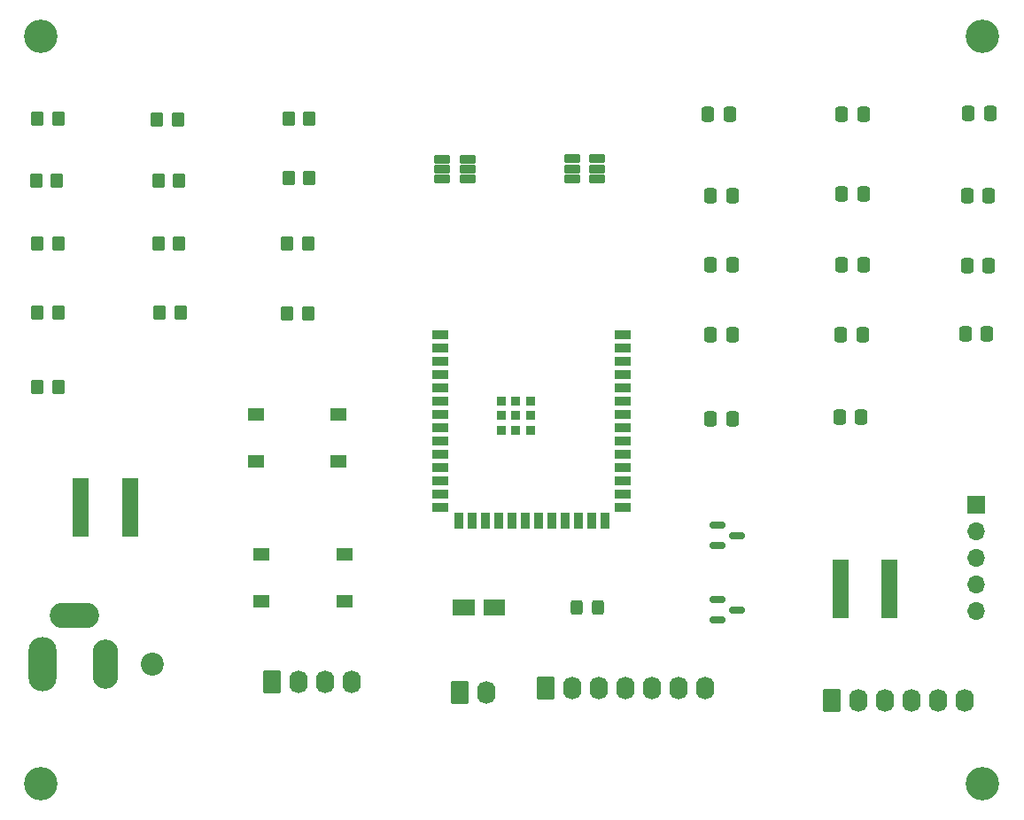
<source format=gts>
G04 #@! TF.GenerationSoftware,KiCad,Pcbnew,7.0.7*
G04 #@! TF.CreationDate,2023-10-31T22:21:59-05:00*
G04 #@! TF.ProjectId,esp32_example,65737033-325f-4657-9861-6d706c652e6b,rev?*
G04 #@! TF.SameCoordinates,Original*
G04 #@! TF.FileFunction,Soldermask,Top*
G04 #@! TF.FilePolarity,Negative*
%FSLAX46Y46*%
G04 Gerber Fmt 4.6, Leading zero omitted, Abs format (unit mm)*
G04 Created by KiCad (PCBNEW 7.0.7) date 2023-10-31 22:21:59*
%MOMM*%
%LPD*%
G01*
G04 APERTURE LIST*
G04 Aperture macros list*
%AMRoundRect*
0 Rectangle with rounded corners*
0 $1 Rounding radius*
0 $2 $3 $4 $5 $6 $7 $8 $9 X,Y pos of 4 corners*
0 Add a 4 corners polygon primitive as box body*
4,1,4,$2,$3,$4,$5,$6,$7,$8,$9,$2,$3,0*
0 Add four circle primitives for the rounded corners*
1,1,$1+$1,$2,$3*
1,1,$1+$1,$4,$5*
1,1,$1+$1,$6,$7*
1,1,$1+$1,$8,$9*
0 Add four rect primitives between the rounded corners*
20,1,$1+$1,$2,$3,$4,$5,0*
20,1,$1+$1,$4,$5,$6,$7,0*
20,1,$1+$1,$6,$7,$8,$9,0*
20,1,$1+$1,$8,$9,$2,$3,0*%
%AMFreePoly0*
4,1,6,1.000000,0.000000,0.500000,-0.750000,-0.500000,-0.750000,-0.500000,0.750000,0.500000,0.750000,1.000000,0.000000,1.000000,0.000000,$1*%
G04 Aperture macros list end*
%ADD10O,1.740000X2.190000*%
%ADD11RoundRect,0.250000X-0.620000X-0.845000X0.620000X-0.845000X0.620000X0.845000X-0.620000X0.845000X0*%
%ADD12R,1.500000X1.500000*%
%ADD13FreePoly0,0.000000*%
%ADD14FreePoly0,180.000000*%
%ADD15O,2.704000X5.204000*%
%ADD16O,2.454000X4.704000*%
%ADD17O,4.704000X2.454000*%
%ADD18C,2.200000*%
%ADD19RoundRect,0.102000X-0.670000X-0.295000X0.670000X-0.295000X0.670000X0.295000X-0.670000X0.295000X0*%
%ADD20R,1.500000X0.900000*%
%ADD21R,0.900000X1.500000*%
%ADD22R,0.900000X0.900000*%
%ADD23R,1.550000X1.300000*%
%ADD24RoundRect,0.250000X-0.350000X-0.450000X0.350000X-0.450000X0.350000X0.450000X-0.350000X0.450000X0*%
%ADD25RoundRect,0.150000X-0.587500X-0.150000X0.587500X-0.150000X0.587500X0.150000X-0.587500X0.150000X0*%
%ADD26R,1.600000X5.700000*%
%ADD27R,1.700000X1.700000*%
%ADD28O,1.700000X1.700000*%
%ADD29RoundRect,0.250000X-0.325000X-0.450000X0.325000X-0.450000X0.325000X0.450000X-0.325000X0.450000X0*%
%ADD30RoundRect,0.250000X-0.337500X-0.475000X0.337500X-0.475000X0.337500X0.475000X-0.337500X0.475000X0*%
%ADD31C,3.200000*%
G04 APERTURE END LIST*
D10*
X143637000Y-109728000D03*
X141097000Y-109728000D03*
X138557000Y-109728000D03*
X136017000Y-109728000D03*
X133477000Y-109728000D03*
X130937000Y-109728000D03*
D11*
X128397000Y-109728000D03*
D10*
X168402000Y-110871000D03*
X165862000Y-110871000D03*
X163322000Y-110871000D03*
X160782000Y-110871000D03*
X158242000Y-110871000D03*
D11*
X155702000Y-110871000D03*
D12*
X123190000Y-101981000D03*
X120790000Y-101981000D03*
D13*
X119990000Y-101981000D03*
D14*
X123990000Y-101981000D03*
D15*
X80305000Y-107442000D03*
D16*
X86305000Y-107442000D03*
D17*
X83305000Y-102742000D03*
D18*
X90805000Y-107442000D03*
D19*
X130890000Y-60071000D03*
X130890000Y-59121000D03*
X130890000Y-61021000D03*
X133270000Y-61021000D03*
X133270000Y-60071000D03*
X133270000Y-59121000D03*
X118491000Y-60132000D03*
X118491000Y-59182000D03*
X118491000Y-61082000D03*
X120871000Y-61082000D03*
X120871000Y-60132000D03*
X120871000Y-59182000D03*
D20*
X118263000Y-75946000D03*
X118263000Y-77216000D03*
X118263000Y-78486000D03*
X118263000Y-79756000D03*
X118263000Y-81026000D03*
X118263000Y-82296000D03*
X118263000Y-83566000D03*
X118263000Y-84836000D03*
X118263000Y-86106000D03*
X118263000Y-87376000D03*
X118263000Y-88646000D03*
X118263000Y-89916000D03*
X118263000Y-91186000D03*
X118263000Y-92456000D03*
D21*
X120028000Y-93706000D03*
X121298000Y-93706000D03*
X122568000Y-93706000D03*
X123838000Y-93706000D03*
X125108000Y-93706000D03*
X126378000Y-93706000D03*
X127648000Y-93706000D03*
X128918000Y-93706000D03*
X130188000Y-93706000D03*
X131458000Y-93706000D03*
X132728000Y-93706000D03*
X133998000Y-93706000D03*
D20*
X135763000Y-92456000D03*
X135763000Y-91186000D03*
X135763000Y-89916000D03*
X135763000Y-88646000D03*
X135763000Y-87376000D03*
X135763000Y-86106000D03*
X135763000Y-84836000D03*
X135763000Y-83566000D03*
X135763000Y-82296000D03*
X135763000Y-81026000D03*
X135763000Y-79756000D03*
X135763000Y-78486000D03*
X135763000Y-77216000D03*
X135763000Y-75946000D03*
D22*
X124113000Y-82266000D03*
X124113000Y-83666000D03*
X124113000Y-85066000D03*
X124113000Y-85066000D03*
X125513000Y-82266000D03*
X125513000Y-82266000D03*
X125513000Y-83666000D03*
X125513000Y-85066000D03*
X126913000Y-82266000D03*
X126913000Y-83666000D03*
X126913000Y-85066000D03*
D23*
X108585000Y-83566000D03*
X100635000Y-83566000D03*
X108585000Y-88066000D03*
X100635000Y-88066000D03*
X109131000Y-96937000D03*
X101181000Y-96937000D03*
X109131000Y-101437000D03*
X101181000Y-101437000D03*
D24*
X103648000Y-67183000D03*
X105648000Y-67183000D03*
X103775000Y-60960000D03*
X105775000Y-60960000D03*
X103775000Y-55245000D03*
X105775000Y-55245000D03*
X103664000Y-73914000D03*
X105664000Y-73914000D03*
X91472000Y-73787000D03*
X93472000Y-73787000D03*
X91345000Y-67183000D03*
X93345000Y-67183000D03*
X91329000Y-61214000D03*
X93329000Y-61214000D03*
X91202000Y-55372000D03*
X93202000Y-55372000D03*
X79772000Y-80899000D03*
X81772000Y-80899000D03*
X79772000Y-73787000D03*
X81772000Y-73787000D03*
X79772000Y-67183000D03*
X81772000Y-67183000D03*
X79661000Y-61214000D03*
X81661000Y-61214000D03*
X81772000Y-55245000D03*
X79772000Y-55245000D03*
D25*
X144810000Y-101285000D03*
X144810000Y-103185000D03*
X146685000Y-102235000D03*
X146685000Y-95123000D03*
X144810000Y-96073000D03*
X144810000Y-94173000D03*
D26*
X156527000Y-100203000D03*
X161227000Y-100203000D03*
X83947000Y-92456000D03*
X88647000Y-92456000D03*
D10*
X109855000Y-109113000D03*
X107315000Y-109113000D03*
X104775000Y-109113000D03*
D11*
X102235000Y-109113000D03*
X120142000Y-110129000D03*
D10*
X122682000Y-110129000D03*
D27*
X169545000Y-92207000D03*
D28*
X169545000Y-94747000D03*
X169545000Y-97287000D03*
X169545000Y-99827000D03*
X169545000Y-102367000D03*
D29*
X131300000Y-101981000D03*
X133350000Y-101981000D03*
D30*
X170561000Y-75819000D03*
X168486000Y-75819000D03*
X168634500Y-69342000D03*
X170709500Y-69342000D03*
X168634500Y-62611000D03*
X170709500Y-62611000D03*
X168783000Y-54737000D03*
X170858000Y-54737000D03*
X158517500Y-83820000D03*
X156442500Y-83820000D03*
X158644500Y-75946000D03*
X156569500Y-75946000D03*
X156675000Y-69215000D03*
X158750000Y-69215000D03*
X156675000Y-62484000D03*
X158750000Y-62484000D03*
X156675000Y-54864000D03*
X158750000Y-54864000D03*
X146220000Y-83947000D03*
X144145000Y-83947000D03*
X146220000Y-75946000D03*
X144145000Y-75946000D03*
X144123500Y-69215000D03*
X146198500Y-69215000D03*
X144123500Y-62611000D03*
X146198500Y-62611000D03*
X143869500Y-54864000D03*
X145944500Y-54864000D03*
D31*
X80137000Y-118872000D03*
X170137000Y-118872000D03*
X170137000Y-47372000D03*
X80137000Y-47372000D03*
M02*

</source>
